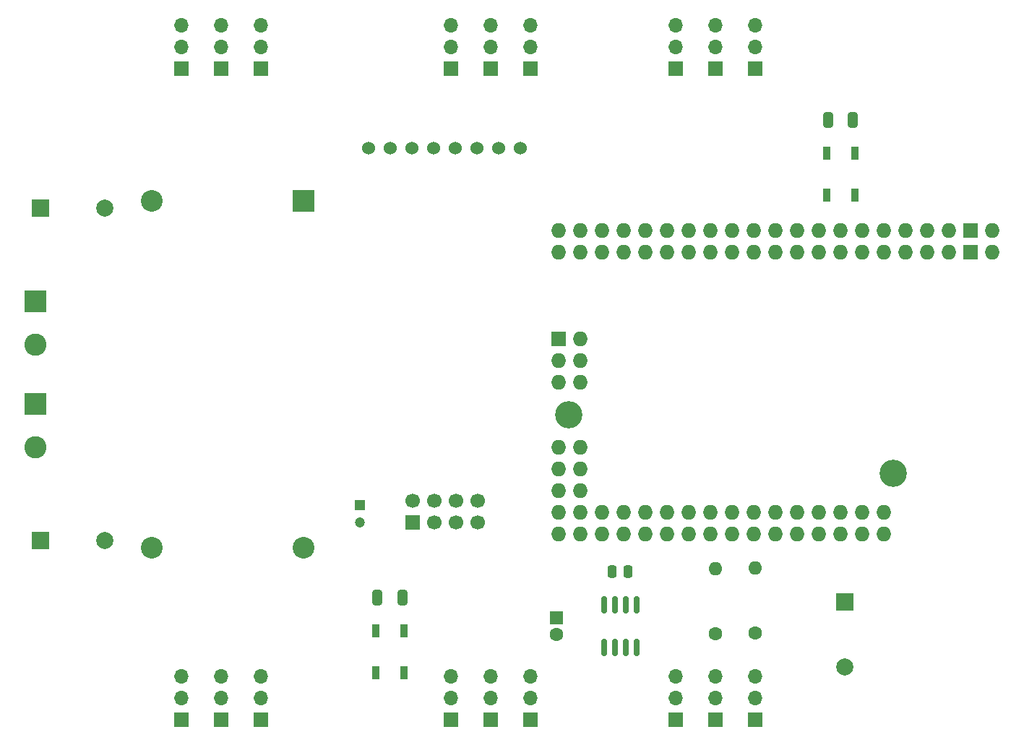
<source format=gbr>
%TF.GenerationSoftware,KiCad,Pcbnew,8.0.7*%
%TF.CreationDate,2025-07-10T17:57:13-04:00*%
%TF.ProjectId,_autosave-Hexapod V2,5f617574-6f73-4617-9665-2d4865786170,rev?*%
%TF.SameCoordinates,Original*%
%TF.FileFunction,Soldermask,Top*%
%TF.FilePolarity,Negative*%
%FSLAX46Y46*%
G04 Gerber Fmt 4.6, Leading zero omitted, Abs format (unit mm)*
G04 Created by KiCad (PCBNEW 8.0.7) date 2025-07-10 17:57:13*
%MOMM*%
%LPD*%
G01*
G04 APERTURE LIST*
G04 Aperture macros list*
%AMRoundRect*
0 Rectangle with rounded corners*
0 $1 Rounding radius*
0 $2 $3 $4 $5 $6 $7 $8 $9 X,Y pos of 4 corners*
0 Add a 4 corners polygon primitive as box body*
4,1,4,$2,$3,$4,$5,$6,$7,$8,$9,$2,$3,0*
0 Add four circle primitives for the rounded corners*
1,1,$1+$1,$2,$3*
1,1,$1+$1,$4,$5*
1,1,$1+$1,$6,$7*
1,1,$1+$1,$8,$9*
0 Add four rect primitives between the rounded corners*
20,1,$1+$1,$2,$3,$4,$5,0*
20,1,$1+$1,$4,$5,$6,$7,0*
20,1,$1+$1,$6,$7,$8,$9,0*
20,1,$1+$1,$8,$9,$2,$3,0*%
G04 Aperture macros list end*
%ADD10R,1.700000X1.700000*%
%ADD11O,1.700000X1.700000*%
%ADD12RoundRect,0.090000X-0.360000X0.660000X-0.360000X-0.660000X0.360000X-0.660000X0.360000X0.660000X0*%
%ADD13RoundRect,0.250000X0.325000X0.650000X-0.325000X0.650000X-0.325000X-0.650000X0.325000X-0.650000X0*%
%ADD14R,2.600000X2.600000*%
%ADD15C,2.600000*%
%ADD16C,2.540000*%
%ADD17R,2.540000X2.540000*%
%ADD18R,1.200000X1.200000*%
%ADD19C,1.200000*%
%ADD20R,2.000000X2.000000*%
%ADD21C,2.000000*%
%ADD22RoundRect,0.150000X0.150000X-0.825000X0.150000X0.825000X-0.150000X0.825000X-0.150000X-0.825000X0*%
%ADD23R,1.600000X1.600000*%
%ADD24C,1.600000*%
%ADD25RoundRect,0.250000X-0.250000X-0.475000X0.250000X-0.475000X0.250000X0.475000X-0.250000X0.475000X0*%
%ADD26C,1.700000*%
%ADD27C,3.200000*%
%ADD28O,1.727200X1.727200*%
%ADD29R,1.727200X1.727200*%
%ADD30O,1.600000X1.600000*%
%ADD31C,1.524000*%
G04 APERTURE END LIST*
D10*
%TO.C,Tibia*%
X143650000Y-53650000D03*
D11*
X143650000Y-51110000D03*
X143650000Y-48570000D03*
%TD*%
D12*
%TO.C,Hexapod*%
X190965000Y-63570000D03*
X187665000Y-63570000D03*
X187665000Y-68470000D03*
X190965000Y-68470000D03*
%TD*%
D13*
%TO.C,C1*%
X190790000Y-59670000D03*
X187840000Y-59670000D03*
%TD*%
D14*
%TO.C,J1*%
X95000000Y-80950000D03*
D15*
X95000000Y-86030000D03*
%TD*%
D10*
%TO.C,Femur*%
X174650000Y-53650000D03*
D11*
X174650000Y-51110000D03*
X174650000Y-48570000D03*
%TD*%
D16*
%TO.C,REF\u002A\u002A*%
X108610000Y-69170000D03*
X108610000Y-109810000D03*
X126390000Y-109810000D03*
D17*
X126390000Y-69170000D03*
%TD*%
D12*
%TO.C,Battery*%
X138150000Y-119550000D03*
X134850000Y-119550000D03*
X134850000Y-124450000D03*
X138150000Y-124450000D03*
%TD*%
D18*
%TO.C,C3*%
X133000000Y-104839500D03*
D19*
X133000000Y-106839500D03*
%TD*%
D20*
%TO.C,C5*%
X95625000Y-109000000D03*
D21*
X103125000Y-109000000D03*
%TD*%
D22*
%TO.C,U3*%
X161595000Y-121475000D03*
X162865000Y-121475000D03*
X164135000Y-121475000D03*
X165405000Y-121475000D03*
X165405000Y-116525000D03*
X164135000Y-116525000D03*
X162865000Y-116525000D03*
X161595000Y-116525000D03*
%TD*%
D20*
%TO.C,BZ1*%
X189800000Y-116200000D03*
D21*
X189800000Y-123800000D03*
%TD*%
D10*
%TO.C,Femur*%
X148300000Y-130000000D03*
D11*
X148300000Y-127460000D03*
X148300000Y-124920000D03*
%TD*%
D10*
%TO.C,Coxa*%
X152950000Y-53650000D03*
D11*
X152950000Y-51110000D03*
X152950000Y-48570000D03*
%TD*%
D10*
%TO.C,Coxa*%
X179300000Y-130000000D03*
D11*
X179300000Y-127460000D03*
X179300000Y-124920000D03*
%TD*%
D23*
%TO.C,C7*%
X156000000Y-118000000D03*
D24*
X156000000Y-120000000D03*
%TD*%
D10*
%TO.C,Femur*%
X174650000Y-130000000D03*
D11*
X174650000Y-127460000D03*
X174650000Y-124920000D03*
%TD*%
D10*
%TO.C,Coxa*%
X179300000Y-53650000D03*
D11*
X179300000Y-51110000D03*
X179300000Y-48570000D03*
%TD*%
D10*
%TO.C,Coxa*%
X121400000Y-53650000D03*
D11*
X121400000Y-51110000D03*
X121400000Y-48570000D03*
%TD*%
D25*
%TO.C,C6*%
X162550000Y-112650000D03*
X164450000Y-112650000D03*
%TD*%
D10*
%TO.C,Tibia*%
X112100000Y-130000000D03*
D11*
X112100000Y-127460000D03*
X112100000Y-124920000D03*
%TD*%
D10*
%TO.C,Femur*%
X116750000Y-130000000D03*
D11*
X116750000Y-127460000D03*
X116750000Y-124920000D03*
%TD*%
D10*
%TO.C,Tibia*%
X170000000Y-130000000D03*
D11*
X170000000Y-127460000D03*
X170000000Y-124920000D03*
%TD*%
D10*
%TO.C,U2*%
X139175000Y-106839500D03*
D26*
X139175000Y-104299500D03*
X141715000Y-106839500D03*
X141715000Y-104299500D03*
X144255000Y-106839500D03*
X144255000Y-104299500D03*
X146795000Y-106839500D03*
X146795000Y-104299500D03*
%TD*%
D27*
%TO.C,A1*%
X195461800Y-101118000D03*
X157438000Y-94260000D03*
D28*
X199475000Y-75210000D03*
X199475000Y-72670000D03*
X202015000Y-75210000D03*
X156295000Y-90450000D03*
X202015000Y-72670000D03*
X194395000Y-108230000D03*
X194395000Y-105690000D03*
X191855000Y-108230000D03*
X191855000Y-105690000D03*
X189315000Y-108230000D03*
X189315000Y-105690000D03*
X186775000Y-108230000D03*
X186775000Y-105690000D03*
X184235000Y-108230000D03*
X184235000Y-105690000D03*
X181695000Y-108230000D03*
X181695000Y-105690000D03*
X179155000Y-108230000D03*
X179155000Y-105690000D03*
X176615000Y-108230000D03*
X176615000Y-105690000D03*
X196935000Y-75210000D03*
X194395000Y-75210000D03*
X194395000Y-72670000D03*
X191855000Y-75210000D03*
X191855000Y-72670000D03*
X189315000Y-75210000D03*
X189315000Y-72670000D03*
X186775000Y-75210000D03*
X186775000Y-72670000D03*
X184235000Y-75210000D03*
X184235000Y-72670000D03*
X181695000Y-75210000D03*
X181695000Y-72670000D03*
X179155000Y-75210000D03*
X179155000Y-72670000D03*
X176615000Y-75210000D03*
X176615000Y-72670000D03*
X174075000Y-75210000D03*
X174075000Y-72670000D03*
X171535000Y-75210000D03*
X171535000Y-72670000D03*
X168995000Y-75210000D03*
X168995000Y-72670000D03*
X166455000Y-75210000D03*
X166455000Y-72670000D03*
X163915000Y-75210000D03*
X163915000Y-72670000D03*
X161375000Y-75210000D03*
X161375000Y-72670000D03*
X158835000Y-75210000D03*
X158835000Y-72670000D03*
X156295000Y-75210000D03*
X156295000Y-72670000D03*
X174075000Y-108230000D03*
X174075000Y-105690000D03*
X171535000Y-108230000D03*
X171535000Y-105690000D03*
X168995000Y-108230000D03*
X168995000Y-105690000D03*
X166455000Y-108230000D03*
X166455000Y-105690000D03*
X163915000Y-108230000D03*
X163915000Y-105690000D03*
X161375000Y-108230000D03*
X161375000Y-105690000D03*
X158835000Y-108230000D03*
X158835000Y-105690000D03*
X156295000Y-108230000D03*
X156295000Y-105690000D03*
X156295000Y-103150000D03*
X158835000Y-103150000D03*
X156295000Y-100610000D03*
X158835000Y-100610000D03*
X156295000Y-98070000D03*
X158835000Y-98070000D03*
D29*
X204555000Y-75210000D03*
X204555000Y-72670000D03*
X156295000Y-85370000D03*
D28*
X158835000Y-90450000D03*
X156295000Y-87910000D03*
X196935000Y-72670000D03*
X158835000Y-85370000D03*
X158835000Y-87910000D03*
X207095000Y-75210000D03*
X207095000Y-72670000D03*
%TD*%
D10*
%TO.C,Tibia*%
X143650000Y-130000000D03*
D11*
X143650000Y-127460000D03*
X143650000Y-124920000D03*
%TD*%
D10*
%TO.C,Coxa*%
X121400000Y-130000000D03*
D11*
X121400000Y-127460000D03*
X121400000Y-124920000D03*
%TD*%
D10*
%TO.C,Coxa*%
X152950000Y-130000000D03*
D11*
X152950000Y-127460000D03*
X152950000Y-124920000D03*
%TD*%
D20*
%TO.C,C4*%
X95625000Y-69980000D03*
D21*
X103125000Y-69980000D03*
%TD*%
D10*
%TO.C,Tibia*%
X112100000Y-53650000D03*
D11*
X112100000Y-51110000D03*
X112100000Y-48570000D03*
%TD*%
D13*
%TO.C,C2*%
X137975000Y-115650000D03*
X135025000Y-115650000D03*
%TD*%
D10*
%TO.C,Tibia*%
X170000000Y-53650000D03*
D11*
X170000000Y-51110000D03*
X170000000Y-48570000D03*
%TD*%
D24*
%TO.C,R2*%
X179337600Y-119790000D03*
D30*
X179337600Y-112170000D03*
%TD*%
D10*
%TO.C,Femur*%
X148300000Y-53650000D03*
D11*
X148300000Y-51110000D03*
X148300000Y-48570000D03*
%TD*%
D31*
%TO.C,U1*%
X151780000Y-63000000D03*
X149240000Y-63000000D03*
X146700000Y-63000000D03*
X144160000Y-63000000D03*
X141620000Y-63000000D03*
X139080000Y-63000000D03*
X136540000Y-63000000D03*
X134000000Y-63000000D03*
%TD*%
D24*
%TO.C,R1*%
X174650000Y-119920000D03*
D30*
X174650000Y-112300000D03*
%TD*%
D14*
%TO.C,J1*%
X95000000Y-92950000D03*
D15*
X95000000Y-98030000D03*
%TD*%
D10*
%TO.C,Femur*%
X116750000Y-53650000D03*
D11*
X116750000Y-51110000D03*
X116750000Y-48570000D03*
%TD*%
M02*

</source>
